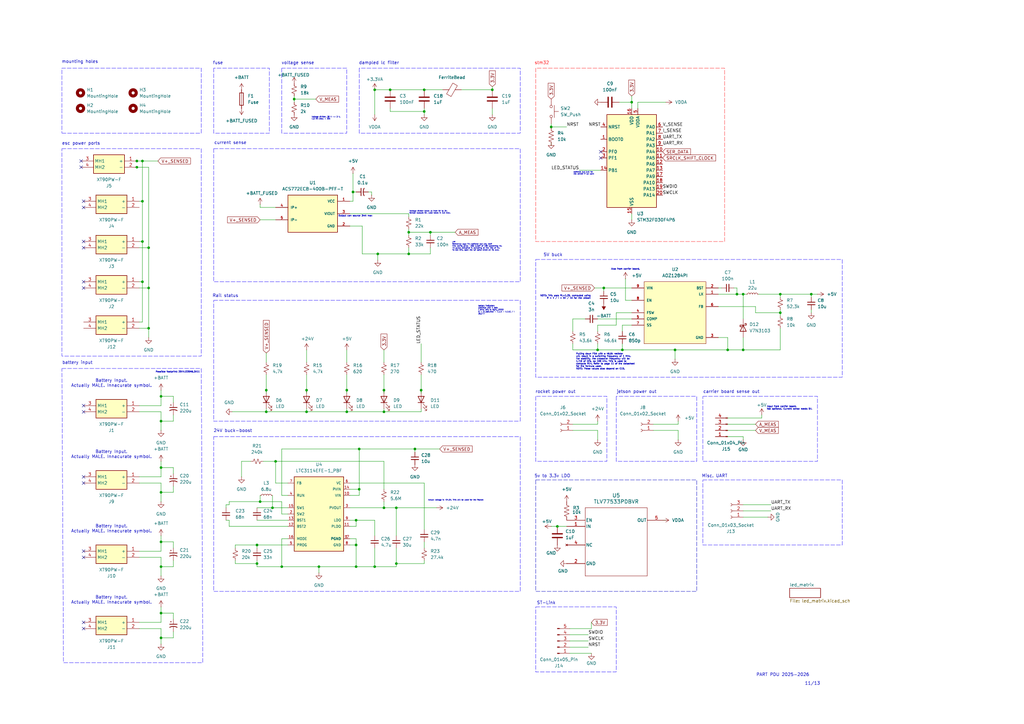
<source format=kicad_sch>
(kicad_sch (version 20250114) (generator "eeschema") (generator_version "9.0")
  (paper "A3")
  (rectangle (start 219.71 196.85) (end 285.75 242.57) (stroke (width 0) (type dash)))
  (text "Pulling down FSW with a 46.6k resistor\nwill result in a switching frequency of 1 MHz.\nFor stability, the crossover frequency will be\n1/10 of this, so 100 kHz. This is used to\ncompute R14. Refer to page 11 of the datasheet\nfor the formula used.\nNOTE: These values also depend on C15." (at 236.22 148.336 0) (effects (font (size 0.635 0.635)) (justify left)))
  (text "11/13" (at 333.248 280.416 0) (effects (font (size 1.27 1.27))))
  (text "rocket power out" (at 227.838 160.782 0) (effects (font (size 1.27 1.27))))
  (text "Battery Input.\nActually MALE. Innacurate symbol." (at 45.72 216.916 0) (effects (font (size 1.27 1.27))))
  (text "battery indicator:\ncontinue with n leds\ni think this is right...?????\nR = (V_batt,max - V_z,n - V_f,n) / I\n25.2 V" (at 196.088 127.254 0) (effects (font (size 0.508 0.508)) (justify left)))
  (text "optional but just for \nthe stm32 if we want" (at 235.204 71.12 0) (effects (font (size 0.508 0.508)) (justify left)))
  (text "mounting holes\n" (at 32.766 25.4 0) (effects (font (size 1.27 1.27))))
  (text "24V buck-boost\n" (at 95.504 176.784 0) (effects (font (size 1.27 1.27))))
  (text "NOTE: This uses RL=1.25, computed using\nR = V / I = 5V / 4A for the Jetson" (at 242.316 121.92 0) (effects (font (size 0.635 0.635)) (justify right)))
  (text "Voltage divider. 30 V -> 3 V.\n1.5 mA draw = 20k\n" (at 127.762 48.514 0) (effects (font (size 0.508 0.508)) (justify left)))
  (text "Battery Input.\nActually MALE. Innacurate symbol." (at 45.72 157.226 0) (effects (font (size 1.27 1.27))))
  (text "Also from carrier board.\n" (at 256.54 110.49 0) (effects (font (size 0.635 0.635))))
  (text "Misc. UART" (at 293.116 195.326 0) (effects (font (size 1.27 1.27))))
  (text "Battery Input.\nActually MALE. Innacurate symbol." (at 45.72 186.436 0) (effects (font (size 1.27 1.27))))
  (text "stm32" (at 222.25 25.908 0) (effects (font (size 1.27 1.27))))
  (text "voltage sense" (at 122.174 25.908 0) (effects (font (size 1.27 1.27))))
  (text "esc power ports\n" (at 33.274 58.928 0) (effects (font (size 1.27 1.27))))
  (text "Battery Input.\nActually MALE. Innacurate symbol." (at 45.72 246.126 0) (effects (font (size 1.27 1.27))))
  (text "LPF\nReference says it's optional but why not?\nThis config gives -3db cutoff of 100 something Hz.\nI'd guess ardupilot is sampling at like 10s of Hz.\nTo see this, open the lpf spice sheet on its own." (at 185.42 101.092 0) (effects (font (size 0.508 0.508)) (justify left)))
  (text "Output can source 3mA max" (at 145.796 88.646 0) (effects (font (size 0.635 0.635))))
  (text "current sense\n" (at 94.488 58.674 0) (effects (font (size 1.27 1.27))))
  (text "Voltage divider takes us from 5V to 3V.\nSensor outputs 5V, cube takes in 3.3 max." (at 167.894 87.122 0) (effects (font (size 0.508 0.508)) (justify left)))
  (text "jetson power out" (at 261.112 160.782 0) (effects (font (size 1.27 1.27))))
  (text "Input from carrier board.\nNot optional. Current sense needs 5V." (at 314.452 167.386 0) (effects (font (size 0.635 0.635)) (justify left)))
  (text "dampled lc filter" (at 155.448 25.908 0) (effects (font (size 1.27 1.27))))
  (text "Rail status" (at 92.456 121.412 0) (effects (font (size 1.27 1.27))))
  (text "Actual voltage is ~24.3V. This will be used for the Rocket" (at 186.944 205.232 0) (effects (font (size 0.508 0.508))))
  (text "carrier board sense out" (at 299.974 160.782 0) (effects (font (size 1.27 1.27))))
  (text "ST-Link" (at 224.028 247.396 0) (effects (font (size 1.27 1.27))))
  (text "battery input\n" (at 31.75 148.844 0) (effects (font (size 1.27 1.27))))
  (text "5v to 3.3v LDO\n" (at 226.568 195.326 0) (effects (font (size 1.27 1.27))))
  (text "PART PDU 2025-2026" (at 321.056 276.86 0) (effects (font (size 1.27 1.27))))
  (text "Possible footprint: 25YXJ220M6.3X11" (at 72.898 152.654 0) (effects (font (size 0.635 0.635))))
  (text "fuse\n" (at 89.408 25.908 0) (effects (font (size 1.27 1.27))))
  (text "5V buck" (at 226.822 104.648 0) (effects (font (size 1.27 1.27))))
  (junction (at 66.04 261.62))
  (junction (at 66.04 172.72))
  (junction (at 146.05 223.52))
  (junction (at 176.53 95.25))
  (junction (at 226.06 52.07))
  (junction (at 162.56 231.14))
  (junction (at 58.42 115.57))
  (junction (at 66.04 251.46))
  (junction (at 332.74 120.65))
  (junction (at 58.42 66.04))
  (junction (at 162.56 208.28))
  (junction (at 172.72 160.02))
  (junction (at 157.48 168.91))
  (junction (at 113.03 189.23))
  (junction (at 160.02 36.83))
  (junction (at 56.134 68.58))
  (junction (at 167.64 104.14))
  (junction (at 320.04 120.65))
  (junction (at 109.22 168.91))
  (junction (at 111.76 208.28))
  (junction (at 120.65 40.64))
  (junction (at 304.8 143.51))
  (junction (at 228.6 215.9))
  (junction (at 142.24 168.91))
  (junction (at 201.93 36.83))
  (junction (at 125.73 168.91))
  (junction (at 245.11 143.51))
  (junction (at 60.96 101.6))
  (junction (at 304.8 120.65))
  (junction (at 58.42 82.55))
  (junction (at 167.64 95.25))
  (junction (at 109.22 160.02))
  (junction (at 298.45 143.51))
  (junction (at 276.86 143.51))
  (junction (at 153.67 36.83))
  (junction (at 106.68 205.74))
  (junction (at 60.96 118.11))
  (junction (at 130.81 232.41))
  (junction (at 146.05 232.41))
  (junction (at 154.94 104.14))
  (junction (at 105.41 223.52))
  (junction (at 259.08 41.91))
  (junction (at 302.26 120.65))
  (junction (at 173.99 36.83))
  (junction (at 173.99 45.72))
  (junction (at 60.96 134.62))
  (junction (at 66.04 232.41))
  (junction (at 66.04 222.25))
  (junction (at 320.04 128.27))
  (junction (at 56.134 66.04))
  (junction (at 255.27 143.51))
  (junction (at 58.42 99.06))
  (junction (at 157.48 208.28))
  (junction (at 66.04 201.93))
  (junction (at 142.24 160.02))
  (junction (at 144.78 78.74))
  (junction (at 147.32 200.66))
  (junction (at 157.48 160.02))
  (junction (at 66.04 191.77))
  (junction (at 247.65 118.11))
  (junction (at 125.73 160.02))
  (junction (at 153.67 232.41))
  (junction (at 115.57 232.41))
  (junction (at 146.05 213.36))
  (junction (at 66.04 162.56))
  (junction (at 147.32 184.15))
  (junction (at 170.18 184.15))
  (junction (at 105.41 231.14))
  (no_connect (at 34.29 118.11))
  (no_connect (at 246.38 62.23))
  (no_connect (at 34.29 115.57))
  (no_connect (at 246.38 64.77))
  (no_connect (at 34.29 195.58))
  (no_connect (at 34.29 99.06))
  (no_connect (at 33.274 66.04))
  (no_connect (at 33.274 68.58))
  (no_connect (at 34.29 101.6))
  (no_connect (at 34.29 255.27))
  (no_connect (at 34.29 228.6))
  (no_connect (at 34.29 168.91))
  (no_connect (at 34.29 198.12))
  (no_connect (at 34.29 257.81))
  (no_connect (at 34.29 226.06))
  (no_connect (at 34.29 82.55))
  (no_connect (at 34.29 85.09))
  (no_connect (at 34.29 166.37))
  (wire (pts (xy 60.96 134.62) (xy 60.96 118.11)))
  (wire (pts (xy 157.48 205.74) (xy 157.48 208.28)))
  (wire (pts (xy 118.11 203.2) (xy 115.57 203.2)))
  (wire (pts (xy 332.74 120.65) (xy 335.28 120.65)))
  (wire (pts (xy 304.8 138.43) (xy 304.8 143.51)))
  (wire (pts (xy 71.12 251.46) (xy 71.12 254)))
  (wire (pts (xy 172.72 160.02) (xy 172.72 161.29)))
  (wire (pts (xy 320.04 134.62) (xy 320.04 143.51)))
  (wire (pts (xy 57.15 99.06) (xy 58.42 99.06)))
  (wire (pts (xy 143.51 198.12) (xy 173.99 198.12)))
  (wire (pts (xy 298.45 173.99) (xy 309.88 173.99)))
  (wire (pts (xy 106.68 85.09) (xy 113.03 85.09)))
  (wire (pts (xy 143.51 213.36) (xy 146.05 213.36)))
  (wire (pts (xy 106.68 203.2) (xy 106.68 205.74)))
  (wire (pts (xy 160.02 45.72) (xy 160.02 44.45)))
  (wire (pts (xy 143.51 208.28) (xy 157.48 208.28)))
  (wire (pts (xy 147.32 184.15) (xy 147.32 200.66)))
  (wire (pts (xy 146.05 223.52) (xy 146.05 232.41)))
  (wire (pts (xy 118.11 210.82) (xy 115.57 210.82)))
  (wire (pts (xy 226.06 215.9) (xy 228.6 215.9)))
  (wire (pts (xy 66.04 160.02) (xy 66.04 162.56)))
  (wire (pts (xy 273.05 41.91) (xy 261.62 41.91)))
  (wire (pts (xy 304.8 143.51) (xy 320.04 143.51)))
  (wire (pts (xy 143.51 200.66) (xy 147.32 200.66)))
  (wire (pts (xy 105.41 213.36) (xy 118.11 213.36)))
  (wire (pts (xy 228.6 215.9) (xy 232.41 215.9)))
  (wire (pts (xy 109.22 167.64) (xy 109.22 168.91)))
  (wire (pts (xy 242.57 267.97) (xy 233.68 267.97)))
  (wire (pts (xy 120.65 40.64) (xy 120.65 41.91)))
  (wire (pts (xy 176.53 95.25) (xy 176.53 96.52)))
  (wire (pts (xy 66.04 251.46) (xy 66.04 255.27)))
  (wire (pts (xy 160.02 45.72) (xy 173.99 45.72)))
  (wire (pts (xy 304.8 179.07) (xy 304.8 180.34)))
  (wire (pts (xy 120.65 40.64) (xy 129.54 40.64)))
  (wire (pts (xy 93.98 205.74) (xy 93.98 207.01)))
  (wire (pts (xy 245.11 176.53) (xy 245.11 180.34)))
  (wire (pts (xy 304.8 120.65) (xy 304.8 130.81)))
  (wire (pts (xy 113.03 189.23) (xy 113.03 198.12)))
  (wire (pts (xy 240.03 130.81) (xy 234.95 130.81)))
  (wire (pts (xy 259.08 44.45) (xy 259.08 41.91)))
  (wire (pts (xy 95.25 168.91) (xy 109.22 168.91)))
  (wire (pts (xy 92.71 207.01) (xy 92.71 208.28)))
  (wire (pts (xy 152.4 78.74) (xy 152.4 80.01)))
  (wire (pts (xy 66.04 261.62) (xy 71.12 261.62)))
  (wire (pts (xy 259.08 39.37) (xy 259.08 41.91)))
  (wire (pts (xy 302.26 118.11) (xy 302.26 120.65)))
  (wire (pts (xy 226.06 52.07) (xy 232.41 52.07)))
  (wire (pts (xy 226.06 52.07) (xy 226.06 50.8)))
  (wire (pts (xy 66.04 162.56) (xy 66.04 166.37)))
  (wire (pts (xy 66.04 189.23) (xy 66.04 191.77)))
  (wire (pts (xy 66.04 232.41) (xy 71.12 232.41)))
  (wire (pts (xy 267.97 176.53) (xy 278.13 176.53)))
  (wire (pts (xy 66.04 255.27) (xy 57.15 255.27)))
  (wire (pts (xy 66.04 195.58) (xy 57.15 195.58)))
  (wire (pts (xy 255.27 143.51) (xy 255.27 140.97)))
  (wire (pts (xy 106.68 83.82) (xy 106.68 85.09)))
  (wire (pts (xy 245.11 143.51) (xy 255.27 143.51)))
  (wire (pts (xy 105.41 224.79) (xy 105.41 223.52)))
  (wire (pts (xy 234.95 130.81) (xy 234.95 135.89)))
  (wire (pts (xy 153.67 36.83) (xy 160.02 36.83)))
  (wire (pts (xy 259.08 128.27) (xy 252.73 128.27)))
  (wire (pts (xy 66.04 226.06) (xy 57.15 226.06)))
  (wire (pts (xy 111.76 203.2) (xy 111.76 208.28)))
  (wire (pts (xy 173.99 45.72) (xy 173.99 46.99)))
  (wire (pts (xy 102.87 189.23) (xy 99.06 189.23)))
  (wire (pts (xy 157.48 200.66) (xy 157.48 189.23)))
  (wire (pts (xy 157.48 208.28) (xy 162.56 208.28)))
  (wire (pts (xy 142.24 160.02) (xy 142.24 161.29)))
  (wire (pts (xy 58.42 66.04) (xy 64.77 66.04)))
  (wire (pts (xy 247.65 119.38) (xy 247.65 118.11)))
  (wire (pts (xy 157.48 189.23) (xy 113.03 189.23)))
  (wire (pts (xy 96.52 231.14) (xy 105.41 231.14)))
  (wire (pts (xy 259.08 87.63) (xy 259.08 90.17)))
  (wire (pts (xy 56.134 68.58) (xy 60.96 68.58)))
  (wire (pts (xy 105.41 223.52) (xy 118.11 223.52)))
  (wire (pts (xy 125.73 143.51) (xy 125.73 148.59)))
  (wire (pts (xy 298.45 176.53) (xy 309.88 176.53)))
  (wire (pts (xy 167.64 88.9) (xy 167.64 87.63)))
  (wire (pts (xy 60.96 101.6) (xy 60.96 68.58)))
  (wire (pts (xy 66.04 228.6) (xy 57.15 228.6)))
  (wire (pts (xy 125.73 167.64) (xy 125.73 168.91)))
  (wire (pts (xy 242.57 257.81) (xy 242.57 255.27)))
  (wire (pts (xy 106.68 90.17) (xy 113.03 90.17)))
  (wire (pts (xy 173.99 222.25) (xy 173.99 224.79)))
  (wire (pts (xy 66.04 219.71) (xy 66.04 222.25)))
  (wire (pts (xy 71.12 229.87) (xy 71.12 232.41)))
  (wire (pts (xy 167.64 95.25) (xy 167.64 96.52)))
  (wire (pts (xy 226.06 59.69) (xy 226.06 58.42)))
  (wire (pts (xy 245.11 172.72) (xy 245.11 173.99)))
  (wire (pts (xy 71.12 191.77) (xy 71.12 194.31)))
  (wire (pts (xy 57.15 132.08) (xy 58.42 132.08)))
  (wire (pts (xy 66.04 172.72) (xy 66.04 176.53)))
  (wire (pts (xy 157.48 153.67) (xy 157.48 160.02)))
  (wire (pts (xy 142.24 168.91) (xy 125.73 168.91)))
  (wire (pts (xy 71.12 162.56) (xy 66.04 162.56)))
  (wire (pts (xy 144.78 78.74) (xy 144.78 82.55)))
  (wire (pts (xy 115.57 220.98) (xy 115.57 232.41)))
  (wire (pts (xy 93.98 215.9) (xy 118.11 215.9)))
  (wire (pts (xy 259.08 41.91) (xy 254 41.91)))
  (wire (pts (xy 142.24 167.64) (xy 142.24 168.91)))
  (wire (pts (xy 66.04 198.12) (xy 57.15 198.12)))
  (wire (pts (xy 146.05 232.41) (xy 130.81 232.41)))
  (wire (pts (xy 146.05 213.36) (xy 153.67 213.36)))
  (wire (pts (xy 304.8 212.09) (xy 314.96 212.09)))
  (wire (pts (xy 162.56 224.79) (xy 162.56 231.14)))
  (wire (pts (xy 93.98 207.01) (xy 92.71 207.01)))
  (wire (pts (xy 66.04 172.72) (xy 66.04 168.91)))
  (wire (pts (xy 278.13 176.53) (xy 278.13 180.34)))
  (wire (pts (xy 160.02 36.83) (xy 173.99 36.83)))
  (wire (pts (xy 294.64 125.73) (xy 309.88 125.73)))
  (wire (pts (xy 332.74 127) (xy 332.74 128.27)))
  (wire (pts (xy 148.59 92.71) (xy 148.59 104.14)))
  (wire (pts (xy 55.88 68.58) (xy 56.134 68.58)))
  (wire (pts (xy 298.45 171.45) (xy 312.42 171.45)))
  (wire (pts (xy 167.64 104.14) (xy 176.53 104.14)))
  (wire (pts (xy 147.32 184.15) (xy 170.18 184.15)))
  (wire (pts (xy 172.72 167.64) (xy 172.72 168.91)))
  (wire (pts (xy 304.8 179.07) (xy 298.45 179.07)))
  (wire (pts (xy 105.41 232.41) (xy 115.57 232.41)))
  (wire (pts (xy 153.67 224.79) (xy 153.67 232.41)))
  (wire (pts (xy 162.56 231.14) (xy 162.56 232.41)))
  (wire (pts (xy 256.54 114.3) (xy 256.54 123.19)))
  (wire (pts (xy 106.68 205.74) (xy 93.98 205.74)))
  (wire (pts (xy 312.42 171.45) (xy 312.42 170.18)))
  (wire (pts (xy 115.57 205.74) (xy 106.68 205.74)))
  (wire (pts (xy 233.68 260.35) (xy 241.3 260.35)))
  (wire (pts (xy 142.24 143.51) (xy 142.24 148.59)))
  (wire (pts (xy 66.04 264.16) (xy 66.04 261.62)))
  (wire (pts (xy 71.12 170.18) (xy 71.12 172.72)))
  (wire (pts (xy 201.93 44.45) (xy 201.93 46.99)))
  (wire (pts (xy 105.41 208.28) (xy 111.76 208.28)))
  (wire (pts (xy 157.48 143.51) (xy 157.48 148.59)))
  (wire (pts (xy 243.84 118.11) (xy 247.65 118.11)))
  (wire (pts (xy 71.12 191.77) (xy 66.04 191.77)))
  (wire (pts (xy 233.68 265.43) (xy 241.3 265.43)))
  (wire (pts (xy 153.67 36.83) (xy 153.67 46.99)))
  (wire (pts (xy 109.22 144.78) (xy 109.22 148.59)))
  (wire (pts (xy 57.15 115.57) (xy 58.42 115.57)))
  (wire (pts (xy 259.08 133.35) (xy 255.27 133.35)))
  (wire (pts (xy 105.41 223.52) (xy 96.52 223.52)))
  (wire (pts (xy 96.52 223.52) (xy 96.52 224.79)))
  (wire (pts (xy 146.05 213.36) (xy 146.05 215.9)))
  (wire (pts (xy 66.04 232.41) (xy 66.04 236.22)))
  (wire (pts (xy 173.99 44.45) (xy 173.99 45.72)))
  (wire (pts (xy 237.49 69.85) (xy 246.38 69.85)))
  (wire (pts (xy 320.04 129.54) (xy 320.04 128.27)))
  (wire (pts (xy 157.48 167.64) (xy 157.48 168.91)))
  (wire (pts (xy 278.13 173.99) (xy 267.97 173.99)))
  (wire (pts (xy 66.04 257.81) (xy 57.15 257.81)))
  (wire (pts (xy 320.04 120.65) (xy 332.74 120.65)))
  (wire (pts (xy 58.42 82.55) (xy 58.42 66.04)))
  (wire (pts (xy 309.88 128.27) (xy 320.04 128.27)))
  (wire (pts (xy 143.51 220.98) (xy 146.05 220.98)))
  (wire (pts (xy 115.57 210.82) (xy 115.57 205.74)))
  (wire (pts (xy 309.88 125.73) (xy 309.88 128.27)))
  (wire (pts (xy 109.22 153.67) (xy 109.22 160.02)))
  (wire (pts (xy 276.86 143.51) (xy 276.86 147.32)))
  (wire (pts (xy 245.11 130.81) (xy 259.08 130.81)))
  (wire (pts (xy 143.51 215.9) (xy 146.05 215.9)))
  (wire (pts (xy 154.94 104.14) (xy 154.94 106.68)))
  (wire (pts (xy 294.64 120.65) (xy 302.26 120.65)))
  (wire (pts (xy 66.04 166.37) (xy 57.15 166.37)))
  (wire (pts (xy 176.53 95.25) (xy 186.69 95.25)))
  (wire (pts (xy 130.81 232.41) (xy 115.57 232.41)))
  (wire (pts (xy 176.53 101.6) (xy 176.53 104.14)))
  (wire (pts (xy 115.57 203.2) (xy 115.57 184.15)))
  (wire (pts (xy 261.62 41.91) (xy 261.62 44.45)))
  (wire (pts (xy 320.04 120.65) (xy 320.04 121.92)))
  (wire (pts (xy 154.94 104.14) (xy 167.64 104.14)))
  (wire (pts (xy 273.05 213.36) (xy 271.78 213.36)))
  (wire (pts (xy 107.95 189.23) (xy 113.03 189.23)))
  (wire (pts (xy 172.72 140.97) (xy 172.72 148.59)))
  (wire (pts (xy 162.56 208.28) (xy 162.56 219.71)))
  (wire (pts (xy 120.65 39.37) (xy 120.65 40.64)))
  (wire (pts (xy 113.03 198.12) (xy 118.11 198.12)))
  (wire (pts (xy 189.23 36.83) (xy 201.93 36.83)))
  (wire (pts (xy 66.04 261.62) (xy 66.04 257.81)))
  (wire (pts (xy 234.95 176.53) (xy 245.11 176.53)))
  (wire (pts (xy 278.13 172.72) (xy 278.13 173.99)))
  (wire (pts (xy 96.52 229.87) (xy 96.52 231.14)))
  (wire (pts (xy 148.59 92.71) (xy 143.51 92.71)))
  (wire (pts (xy 93.98 213.36) (xy 93.98 215.9)))
  (wire (pts (xy 298.45 138.43) (xy 298.45 143.51)))
  (wire (pts (xy 157.48 160.02) (xy 157.48 161.29)))
  (wire (pts (xy 66.04 222.25) (xy 66.04 226.06)))
  (wire (pts (xy 130.81 232.41) (xy 130.81 234.95)))
  (wire (pts (xy 146.05 78.74) (xy 144.78 78.74)))
  (wire (pts (xy 153.67 232.41) (xy 162.56 232.41)))
  (wire (pts (xy 143.51 82.55) (xy 144.78 82.55)))
  (wire (pts (xy 146.05 220.98) (xy 146.05 223.52)))
  (wire (pts (xy 247.65 118.11) (xy 259.08 118.11)))
  (wire (pts (xy 300.99 118.11) (xy 302.26 118.11)))
  (wire (pts (xy 66.04 168.91) (xy 57.15 168.91)))
  (wire (pts (xy 93.98 213.36) (xy 92.71 213.36)))
  (wire (pts (xy 162.56 231.14) (xy 173.99 231.14)))
  (wire (pts (xy 233.68 262.89) (xy 241.3 262.89)))
  (wire (pts (xy 304.8 207.01) (xy 316.23 207.01)))
  (wire (pts (xy 66.04 191.77) (xy 66.04 195.58)))
  (wire (pts (xy 245.11 140.97) (xy 245.11 143.51)))
  (wire (pts (xy 118.11 220.98) (xy 115.57 220.98)))
  (wire (pts (xy 294.64 118.11) (xy 295.91 118.11)))
  (wire (pts (xy 111.76 208.28) (xy 118.11 208.28)))
  (wire (pts (xy 57.15 82.55) (xy 58.42 82.55)))
  (wire (pts (xy 66.04 201.93) (xy 66.04 205.74)))
  (wire (pts (xy 146.05 232.41) (xy 153.67 232.41)))
  (wire (pts (xy 167.64 101.6) (xy 167.64 104.14)))
  (wire (pts (xy 147.32 203.2) (xy 143.51 203.2)))
  (wire (pts (xy 162.56 208.28) (xy 179.07 208.28)))
  (wire (pts (xy 233.68 257.81) (xy 242.57 257.81)))
  (wire (pts (xy 298.45 143.51) (xy 276.86 143.51)))
  (wire (pts (xy 256.54 123.19) (xy 259.08 123.19)))
  (wire (pts (xy 153.67 213.36) (xy 153.67 219.71)))
  (wire (pts (xy 125.73 160.02) (xy 125.73 161.29)))
  (wire (pts (xy 255.27 133.35) (xy 255.27 135.89)))
  (wire (pts (xy 57.15 101.6) (xy 60.96 101.6)))
  (wire (pts (xy 143.51 87.63) (xy 167.64 87.63)))
  (wire (pts (xy 173.99 229.87) (xy 173.99 231.14)))
  (wire (pts (xy 71.12 222.25) (xy 66.04 222.25)))
  (wire (pts (xy 60.96 134.62) (xy 60.96 138.43)))
  (wire (pts (xy 276.86 143.51) (xy 255.27 143.51)))
  (wire (pts (xy 55.88 66.04) (xy 56.134 66.04)))
  (wire (pts (xy 173.99 198.12) (xy 173.99 217.17)))
  (wire (pts (xy 320.04 127) (xy 320.04 128.27)))
  (wire (pts (xy 71.12 251.46) (xy 66.04 251.46)))
  (wire (pts (xy 109.22 160.02) (xy 109.22 161.29)))
  (wire (pts (xy 294.64 138.43) (xy 298.45 138.43)))
  (wire (pts (xy 298.45 143.51) (xy 304.8 143.51)))
  (wire (pts (xy 142.24 153.67) (xy 142.24 160.02)))
  (wire (pts (xy 66.04 201.93) (xy 71.12 201.93)))
  (wire (pts (xy 172.72 153.67) (xy 172.72 160.02)))
  (wire (pts (xy 125.73 168.91) (xy 109.22 168.91)))
  (wire (pts (xy 172.72 168.91) (xy 157.48 168.91)))
  (wire (pts (xy 57.15 118.11) (xy 60.96 118.11)))
  (wire (pts (xy 245.11 133.35) (xy 245.11 135.89)))
  (wire (pts (xy 234.95 143.51) (xy 245.11 143.51)))
  (wire (pts (xy 71.12 259.08) (xy 71.12 261.62)))
  (wire (pts (xy 252.73 128.27) (xy 252.73 133.35)))
  (wire (pts (xy 105.41 231.14) (xy 105.41 232.41)))
  (wire (pts (xy 252.73 133.35) (xy 245.11 133.35)))
  (wire (pts (xy 66.04 232.41) (xy 66.04 228.6)))
  (wire (pts (xy 56.134 66.04) (xy 58.42 66.04)))
  (wire (pts (xy 99.06 189.23) (xy 99.06 195.58)))
  (wire (pts (xy 167.64 93.98) (xy 167.64 95.25)))
  (wire (pts (xy 234.95 140.97) (xy 234.95 143.51)))
  (wire (pts (xy 152.4 78.74) (xy 151.13 78.74)))
  (wire (pts (xy 170.18 184.15) (xy 170.18 185.42)))
  (wire (pts (xy 71.12 199.39) (xy 71.12 201.93)))
  (wire (pts (xy 66.04 172.72) (xy 71.12 172.72)))
  (wire (pts (xy 304.8 120.65) (xy 306.07 120.65)))
  (wire (pts (xy 105.41 229.87) (xy 105.41 231.14)))
  (wire (pts (xy 181.61 36.83) (xy 173.99 36.83)))
  (wire (pts (xy 304.8 209.55) (xy 316.23 209.55)))
  (wire (pts (xy 144.78 71.12) (xy 144.78 78.74)))
  (wire (pts (xy 58.42 132.08) (xy 58.42 115.57)))
  (wire (pts (xy 167.64 95.25) (xy 176.53 95.25)))
  (wire (pts (xy 125.73 153.67) (xy 125.73 160.02)))
  (wire (pts (xy 60.96 118.11) (xy 60.96 101.6)))
  (wire (pts (xy 311.15 120.65) (xy 320.04 120.65)))
  (wire (pts (xy 201.93 35.56) (xy 201.93 36.83)))
  (wire (pts (xy 245.11 173.99) (xy 234.95 173.99)))
  (wire (pts (xy 157.48 168.91) (xy 142.24 168.91)))
  (wire (pts (xy 71.12 162.56) (xy 71.12 165.1)))
  (wire (pts (xy 115.57 184.15) (xy 147.32 184.15)))
  (wire (pts (xy 143.51 223.52) (xy 146.05 223.52)))
  (wire (pts (xy 66.04 201.93) (xy 66.04 198.12)))
  (wire (pts (xy 332.74 120.65) (xy 332.74 121.92)))
  (wire (pts (xy 302.26 120.65) (xy 304.8 120.65)))
  (wire (pts (xy 71.12 222.25) (xy 71.12 224.79)))
  (wire (pts (xy 57.15 134.62) (xy 60.96 134.62)))
  (wire (pts (xy 58.42 99.06) (xy 58.42 115.57)))
  (wire (pts (xy 170.18 184.15) (xy 180.34 184.15)))
  (wire (pts (xy 58.42 82.55) (xy 58.42 99.06)))
  (wire (pts (xy 154.94 104.14) (xy 148.59 104.14)))
  (wire (pts (xy 147.32 200.66) (xy 147.32 203.2)))
  (wire (pts (xy 66.04 248.92) (xy 66.04 251.46)))
  (label "I_SENSE" (at 271.78 54.61 0))
  (label "UART_TX" (at 271.78 57.15 0))
  (label "NRST" (at 241.3 265.43 0))
  (label "UART_RX" (at 271.78 59.69 0))
  (label "NRST" (at 232.41 52.07 0))
  (label "SWCLK" (at 271.78 80.01 0))
  (label "SWDIO" (at 271.78 77.47 0))
  (label "SWDIO" (at 241.3 260.35 0))
  (label "UART_RX" (at 316.23 209.55 0))
  (label "LED_STATUS" (at 237.49 69.85 180))
  (label "LED_STATUS" (at 172.72 140.97 90))
  (label "UART_TX" (at 316.23 207.01 0))
  (label "SWCLK" (at 241.3 262.89 0))
  (label "V_SENSE" (at 271.78 52.07 0))
  (label "NRST" (at 246.38 52.07 180))
  (global_label "V_MEAS" (shape input) (at 129.54 40.64 0) (property "Intersheetrefs" "${INTERSHEET_REFS}" (effects (hide yes))))
  (global_label "SRCLK_SHIFT_CLOCK" (shape input) (at 271.78 64.77 0) (property "Intersheetrefs" "${INTERSHEET_REFS}" (effects (hide yes))))
  (global_label "V+_SENSED" (shape input) (at 243.84 118.11 180) (property "Intersheetrefs" "${INTERSHEET_REFS}" (effects (hide yes))))
  (global_label "A_MEAS" (shape input) (at 309.88 173.99 0) (property "Intersheetrefs" "${INTERSHEET_REFS}" (effects (hide yes))))
  (global_label "V+_SENSED" (shape input) (at 180.34 184.15 0) (property "Intersheetrefs" "${INTERSHEET_REFS}" (effects (hide yes))))
  (global_label "3.3V" (shape input) (at 259.08 39.37 90) (property "Intersheetrefs" "${INTERSHEET_REFS}" (effects (hide yes))))
  (global_label "V+_SENSED" (shape input) (at 106.68 90.17 180) (property "Intersheetrefs" "${INTERSHEET_REFS}" (effects (hide yes))))
  (global_label "V+_SENSED" (shape input) (at 109.22 144.78 90) (property "Intersheetrefs" "${INTERSHEET_REFS}" (effects (hide yes))))
  (global_label "SER_DATA" (shape input) (at 271.78 62.23 0) (property "Intersheetrefs" "${INTERSHEET_REFS}" (effects (hide yes))))
  (global_label "V_MEAS" (shape input) (at 309.88 176.53 0) (property "Intersheetrefs" "${INTERSHEET_REFS}" (effects (hide yes))))
  (global_label "3.3V" (shape input) (at 201.93 35.56 90) (property "Intersheetrefs" "${INTERSHEET_REFS}" (effects (hide yes))))
  (global_label "3.3V" (shape input) (at 157.48 143.51 90) (property "Intersheetrefs" "${INTERSHEET_REFS}" (effects (hide yes))))
  (global_label "A_MEAS" (shape input) (at 186.69 95.25 0) (property "Intersheetrefs" "${INTERSHEET_REFS}" (effects (hide yes))))
  (global_label "3.3V" (shape input) (at 226.06 40.64 90) (property "Intersheetrefs" "${INTERSHEET_REFS}" (effects (hide yes))))
  (global_label "V+_SENSED" (shape input) (at 64.77 66.04 0) (property "Intersheetrefs" "${INTERSHEET_REFS}" (effects (hide yes))))
  (global_label "3.3V" (shape input) (at 242.57 255.27 0) (property "Intersheetrefs" "${INTERSHEET_REFS}" (effects (hide yes))))
  (rule_area (polyline (pts (xy 219.71 27.94) (xy 219.71 99.06) (xy 297.18 99.06) (xy 297.18 27.94)) (stroke (width 0) (type dash) (color 255 30 34 1))))
  (rule_area (polyline (pts (xy 288.29 196.85) (xy 345.44 196.85) (xy 345.44 223.52) (xy 288.29 223.52)) (stroke (width 0) (type dash) (color 34 13 255 1))))
  (rule_area (polyline (pts (xy 25.4 54.61) (xy 82.55 54.61) (xy 82.55 27.94) (xy 25.4 27.94)) (stroke (width 0) (type dash) (color 34 13 255 1))))
  (rule_area (polyline (pts (xy 25.4 151.13) (xy 82.55 151.13) (xy 83.185 271.78) (xy 26.035 271.78)) (stroke (width 0) (type dash) (color 34 13 255 1))))
  (rule_area (polyline (pts (xy 87.63 27.94) (xy 87.63 54.61) (xy 110.49 54.61) (xy 110.49 27.94)) (stroke (width 0) (type dash) (color 34 13 255 1))))
  (rule_area (polyline (pts (xy 219.71 162.56) (xy 219.71 189.23) (xy 248.92 189.23) (xy 248.92 162.56)) (stroke (width 0) (type dash) (color 34 13 255 1))))
  (rule_area (polyline (pts (xy 25.4 60.96) (xy 82.55 60.96) (xy 82.55 146.05) (xy 25.4 146.05)) (stroke (width 0) (type dash) (color 34 13 255 1))))
  (rule_area (polyline (pts (xy 288.29 162.56) (xy 335.28 162.56) (xy 335.28 189.23) (xy 288.29 189.23)) (stroke (width 0) (type dash) (color 34 13 255 1))))
  (rule_area (polyline (pts (xy 87.63 60.96) (xy 87.63 115.57) (xy 213.36 115.57) (xy 213.36 60.96)) (stroke (width 0) (type dash) (color 34 13 255 1))))
  (rule_area (polyline (pts (xy 219.71 248.92) (xy 252.73 248.92) (xy 252.73 275.59) (xy 219.71 275.59)) (stroke (width 0) (type dash) (color 34 13 255 1))))
  (rule_area (polyline (pts (xy 87.63 123.19) (xy 213.36 123.19) (xy 213.36 172.72) (xy 87.63 172.72)) (stroke (width 0) (type dash) (color 34 13 255 1))))
  (rule_area (polyline (pts (xy 87.63 179.07) (xy 213.36 179.07) (xy 213.36 242.57) (xy 87.63 242.57)) (stroke (width 0) (type dash) (color 34 13 255 1))))
  (rule_area (polyline (pts (xy 219.71 106.426) (xy 345.44 106.426) (xy 345.44 154.686) (xy 219.71 154.686)) (stroke (width 0) (type dash) (color 34 13 255 1))))
  (rule_area (polyline (pts (xy 147.32 27.94) (xy 147.32 54.61) (xy 213.36 54.61) (xy 213.36 27.94)) (stroke (width 0) (type dash) (color 34 13 255 1))))
  (rule_area (polyline (pts (xy 252.73 162.56) (xy 252.73 189.23) (xy 285.75 189.23) (xy 285.75 162.56)) (stroke (width 0) (type dash) (color 34 13 255 1))))
  (rule_area (polyline (pts (xy 115.57 27.94) (xy 115.57 54.61) (xy 142.24 54.61) (xy 142.24 27.94)) (stroke (width 0) (type dash) (color 34 13 255 1))))
  (symbol (lib_id "Sense_Current:ACS772ECB-400B-PFF-T") (at 128.27 87.63 0) (unit 1)
    (property "Reference" "U1" (at 128.27 74.93 0))
    (property "Value" "ACS772ECB-400B-PFF-T" (at 128.27 77.47 0))
    (property "Footprint" "All:XDCR_ACS772ECB-400B-PFF-T" (effects (hide yes)))
    (property "MAXIMUM_PACKAGE_HEIGHT" "7.1mm" (effects (hide yes)))
    (property "CREATOR" "NEZY" (effects (hide yes)))
    (property "STANDARD" "Manufacturer Recommendations" (effects (hide yes)))
    (property "PARTREV" "21" (effects (hide yes)))
    (property "MANUFACTURER" "Allegro" (effects (hide yes)))
  )
  (symbol (lib_id "Switch:SW_Push") (at 226.06 45.72 270) (unit 1)
    (property "Reference" "SW2" (at 229.87 44.4499 90) (effects (justify left)))
    (property "Value" "SW_Push" (at 229.87 46.9899 90) (effects (justify left)))
    (property "Description" "Push button switch, generic, two pins" (effects (hide yes)))
  )
  (symbol (lib_id "Mechanical:MountingHole") (at 54.61 44.45 0) (unit 1) (in_bom no)
    (property "Reference" "H4" (at 57.15 43.1799 0) (effects (justify left)))
    (property "Value" "MountingHole" (at 57.15 45.7199 0) (effects (justify left)))
    (property "Description" "Mounting Hole without connection" (effects (hide yes)))
  )
  (symbol (lib_id "Device:C") (at 160.02 40.64 0) (unit 1)
    (property "Reference" "C3" (at 163.83 39.3699 0) (effects (justify left)))
    (property "Value" "100nF" (at 163.83 41.9099 0) (effects (justify left)))
    (property "Description" "Unpolarized capacitor" (effects (hide yes)))
  )
  (symbol (lib_id "Device:C_Small") (at 247.65 121.92 0) (unit 1)
    (property "Reference" "C5" (at 250.19 120.6562 0) (effects (justify left)))
    (property "Value" "10u" (at 250.19 123.1962 0) (effects (justify left)))
    (property "Description" "Unpolarized capacitor, small symbol" (effects (hide yes)))
  )
  (symbol (lib_id "Device:R_Small_US") (at 105.41 189.23 90) (unit 1)
    (property "Reference" "R21" (at 105.41 182.88 90))
    (property "Value" "240k" (at 105.41 185.42 90))
    (property "Description" "Resistor, small US symbol" (effects (hide yes)))
  )
  (symbol (lib_id "Device:LED") (at 125.73 163.83 90) (unit 1)
    (property "Reference" "D7" (at 129.54 164.1474 90) (effects (justify right)))
    (property "Value" "LED" (at 129.54 166.6874 90) (effects (justify right)))
    (property "Description" "Light emitting diode" (effects (hide yes)))
    (property "Sim.Pins" "1=K 2=A" (effects (hide yes)))
  )
  (symbol (lib_id "XT90:XT90PW-F") (at 34.29 168.91 0) (mirror x) (unit 1)
    (property "Reference" "J1" (at 45.72 176.53 0))
    (property "Value" "XT90PW-F" (at 45.72 173.99 0))
    (property "Footprint" "All:XT90PWF" (effects (hide yes)))
    (property "Datasheet" "https://www.tme.eu/Document/7357a049cc8e5ea73e34d2124a313a81/XT90PW.pdf" (effects (hide yes)))
    (property "Description" "Connector: DC supply; socket; female; XT90; 40A; 500V; PIN: 2; THT" (effects (hide yes)))
    (property "Height" "10.3" (effects (hide yes)))
    (property "Manufacturer_Name" "Amass" (effects (hide yes)))
    (property "Manufacturer_Part_Number" "XT90PW-F" (effects (hide yes)))
  )
  (symbol (lib_id "power:GND") (at 66.04 205.74 0) (unit 1)
    (property "Reference" "#PWR02" (effects (hide yes)))
    (property "Value" "GND" (at 66.04 210.82 0))
    (property "Description" "Power symbol creates a global label with name \"GND\" , ground" (effects (hide yes)))
  )
  (symbol (lib_id "Device:C_Polarized_Small_US") (at 71.12 167.64 0) (unit 1)
    (property "Reference" "C11" (at 73.66 165.9381 0) (effects (justify left)))
    (property "Value" "220u" (at 73.66 168.4781 0) (effects (justify left)))
    (property "Description" "Polarized capacitor, small US symbol" (effects (hide yes)))
  )
  (symbol (lib_id "power:GND") (at 246.38 41.91 270) (unit 1)
    (property "Reference" "#PWR044" (effects (hide yes)))
    (property "Value" "GND" (effects (hide yes)))
    (property "Description" "Power symbol creates a global label with name \"GND\" , ground" (effects (hide yes)))
  )
  (symbol (lib_id "Device:R_Small_US") (at 245.11 138.43 0) (unit 1)
    (property "Reference" "R6" (at 247.65 137.1599 0) (effects (justify left)))
    (property "Value" "46.6k" (at 247.65 139.6999 0) (effects (justify left)))
    (property "Description" "Resistor, small US symbol" (effects (hide yes)))
  )
  (symbol (lib_id "power:+24V") (at 99.06 44.45 180) (unit 1)
    (property "Reference" "#PWR038" (effects (hide yes)))
    (property "Value" "+BATT_FUSED" (at 99.06 49.53 0))
    (property "Description" "Power symbol creates a global label with name \"+24V\"" (effects (hide yes)))
  )
  (symbol (lib_id "Device:C") (at 173.99 40.64 0) (unit 1)
    (property "Reference" "C18" (at 177.8 39.3699 0) (effects (justify left)))
    (property "Value" "1uF" (at 177.8 41.9099 0) (effects (justify left)))
    (property "Description" "Unpolarized capacitor" (effects (hide yes)))
  )
  (symbol (lib_id "power:+5V") (at 335.28 120.65 270) (unit 1)
    (property "Reference" "#PWR041" (effects (hide yes)))
    (property "Value" "+5V" (at 339.09 120.6499 90) (effects (justify left)))
    (property "Description" "Power symbol creates a global label with name \"+5V\"" (effects (hide yes)))
  )
  (symbol (lib_id "power:GND") (at 245.11 180.34 0) (unit 1)
    (property "Reference" "#PWR06" (effects (hide yes)))
    (property "Value" "GND" (at 245.11 185.42 0))
    (property "Description" "Power symbol creates a global label with name \"GND\" , ground" (effects (hide yes)))
  )
  (symbol (lib_id "Device:R_Small_US") (at 173.99 227.33 0) (unit 1)
    (property "Reference" "R23" (at 176.53 226.0599 0) (effects (justify left)))
    (property "Value" "27.4k" (at 176.53 228.5999 0) (effects (justify left)))
    (property "Description" "Resistor, small US symbol" (effects (hide yes)))
  )
  (symbol (lib_id "power:+24V") (at 99.06 36.83 0) (unit 1)
    (property "Reference" "#PWR037" (effects (hide yes)))
    (property "Value" "+BATT" (at 99.06 31.75 0))
    (property "Description" "Power symbol creates a global label with name \"+24V\"" (effects (hide yes)))
  )
  (symbol (lib_id "Device:LED") (at 142.24 163.83 90) (unit 1)
    (property "Reference" "D8" (at 146.05 164.1474 90) (effects (justify right)))
    (property "Value" "LED" (at 146.05 166.6874 90) (effects (justify right)))
    (property "Description" "Light emitting diode" (effects (hide yes)))
    (property "Sim.Pins" "1=K 2=A" (effects (hide yes)))
  )
  (symbol (lib_id "power:GND") (at 66.04 264.16 0) (unit 1)
    (property "Reference" "#PWR034" (effects (hide yes)))
    (property "Value" "GND" (at 66.04 269.24 0))
    (property "Description" "Power symbol creates a global label with name \"GND\" , ground" (effects (hide yes)))
  )
  (symbol (lib_id "Device:C_Small") (at 255.27 138.43 0) (unit 1)
    (property "Reference" "C6" (at 257.81 137.1662 0) (effects (justify left)))
    (property "Value" "850p" (at 257.81 139.7062 0) (effects (justify left)))
    (property "Description" "Unpolarized capacitor, small symbol" (effects (hide yes)))
  )
  (symbol (lib_id "Mechanical:MountingHole") (at 54.61 38.1 0) (unit 1) (in_bom no)
    (property "Reference" "H3" (at 57.15 36.8299 0) (effects (justify left)))
    (property "Value" "MountingHole" (at 57.15 39.3699 0) (effects (justify left)))
    (property "Description" "Mounting Hole without connection" (effects (hide yes)))
  )
  (symbol (lib_id "Device:C_Small") (at 242.57 130.81 90) (unit 1)
    (property "Reference" "C4" (at 242.5763 124.46 90))
    (property "Value" "3n" (at 242.5763 127 90))
    (property "Description" "Unpolarized capacitor, small symbol" (effects (hide yes)))
  )
  (symbol (lib_id "Device:C_Small") (at 173.99 219.71 0) (unit 1)
    (property "Reference" "C29" (at 176.53 218.4462 0) (effects (justify left)))
    (property "Value" "4.7n" (at 176.53 220.9862 0) (effects (justify left)))
    (property "Description" "Unpolarized capacitor, small symbol" (effects (hide yes)))
  )
  (symbol (lib_id "power:+5V") (at 144.78 71.12 0) (unit 1)
    (property "Reference" "#PWR03" (effects (hide yes)))
    (property "Value" "+5V" (at 144.78 66.04 0))
    (property "Description" "Power symbol creates a global label with name \"+5V\"" (effects (hide yes)))
  )
  (symbol (lib_id "power:GND") (at 99.06 195.58 0) (unit 1)
    (property "Reference" "#PWR043" (effects (hide yes)))
    (property "Value" "GND" (at 99.06 200.66 0))
    (property "Description" "Power symbol creates a global label with name \"GND\" , ground" (effects (hide yes)))
  )
  (symbol (lib_id "power:-BATT") (at 247.65 124.46 180) (unit 1)
    (property "Reference" "#PWR016" (effects (hide yes)))
    (property "Value" "-BATT" (at 247.65 129.54 0))
    (property "Description" "Power symbol creates a global label with name \"-BATT\"" (effects (hide yes)))
  )
  (symbol (lib_id "power:+5V") (at 312.42 170.18 0) (unit 1)
    (property "Reference" "#PWR08" (effects (hide yes)))
    (property "Value" "+5V" (at 312.42 166.116 0))
    (property "Description" "Power symbol creates a global label with name \"+5V\"" (effects (hide yes)))
  )
  (symbol (lib_id "power:GND") (at 120.65 46.99 0) (unit 1)
    (property "Reference" "#PWR07" (effects (hide yes)))
    (property "Value" "GND" (at 120.65 52.07 0))
    (property "Description" "Power symbol creates a global label with name \"GND\" , ground" (effects (hide yes)))
  )
  (symbol (lib_id "power:GND") (at 95.25 168.91 270) (unit 1)
    (property "Reference" "#PWR030" (effects (hide yes)))
    (property "Value" "GND" (at 93.98 165.1 90))
    (property "Description" "Power symbol creates a global label with name \"GND\" , ground" (effects (hide yes)))
  )
  (symbol (lib_id "power:GND") (at 60.96 138.43 0) (unit 1)
    (property "Reference" "#PWR046" (effects (hide yes)))
    (property "Value" "GND" (at 60.96 143.51 0))
    (property "Description" "Power symbol creates a global label with name \"GND\" , ground" (effects (hide yes)))
  )
  (symbol (lib_id "Device:R_Small_US") (at 234.95 138.43 0) (unit 1)
    (property "Reference" "R5" (at 237.49 137.1599 0) (effects (justify left)))
    (property "Value" "43.6k" (at 237.49 139.6999 0) (effects (justify left)))
    (property "Description" "Resistor, small US symbol" (effects (hide yes)))
  )
  (symbol (lib_id "Device:C") (at 201.93 40.64 0) (unit 1)
    (property "Reference" "C19" (at 205.74 39.3699 0) (effects (justify left)))
    (property "Value" "1uF" (at 205.74 41.9099 0) (effects (justify left)))
    (property "Description" "Unpolarized capacitor" (effects (hide yes)))
  )
  (symbol (lib_id "power:GND") (at 173.99 46.99 0) (unit 1)
    (property "Reference" "#PWR024" (effects (hide yes)))
    (property "Value" "GND" (at 173.99 52.07 0))
    (property "Description" "Power symbol creates a global label with name \"GND\" , ground" (effects (hide yes)))
  )
  (symbol (lib_id "power:+5V") (at 226.06 215.9 90) (unit 1)
    (property "Reference" "#PWR048" (effects (hide yes)))
    (property "Value" "+5V" (at 226.314 213.868 90) (effects (justify left)))
    (property "Description" "Power symbol creates a global label with name \"+5V\"" (effects (hide yes)))
  )
  (symbol (lib_id "XT90:XT90PW-F") (at 34.29 198.12 0) (mirror x) (unit 1)
    (property "Reference" "J9" (at 45.72 205.74 0))
    (property "Value" "XT90PW-F" (at 45.72 203.2 0))
    (property "Footprint" "All:XT90PWF" (effects (hide yes)))
    (property "Datasheet" "https://www.tme.eu/Document/7357a049cc8e5ea73e34d2124a313a81/XT90PW.pdf" (effects (hide yes)))
    (property "Description" "Connector: DC supply; socket; female; XT90; 40A; 500V; PIN: 2; THT" (effects (hide yes)))
    (property "Height" "10.3" (effects (hide yes)))
    (property "Manufacturer_Name" "Amass" (effects (hide yes)))
    (property "Manufacturer_Part_Number" "XT90PW-F" (effects (hide yes)))
  )
  (symbol (lib_id "power:GND") (at 242.57 267.97 0) (unit 1)
    (property "Reference" "#PWR052" (effects (hide yes)))
    (property "Value" "GND" (at 242.57 272.034 0))
    (property "Description" "Power symbol creates a global label with name \"GND\" , ground" (effects (hide yes)))
  )
  (symbol (lib_id "Device:R_US") (at 226.06 55.88 0) (unit 1)
    (property "Reference" "R4" (at 228.6 54.6099 0) (effects (justify left)))
    (property "Value" "10k" (at 228.6 57.1499 0) (effects (justify left)))
    (property "Description" "Resistor, US symbol" (effects (hide yes)))
  )
  (symbol (lib_id "MCU_ST_STM32F0:STM32F030F4Px") (at 259.08 67.31 0) (unit 1)
    (property "Reference" "U3" (at 261.2233 87.63 0) (effects (justify left)))
    (property "Value" "STM32F030F4P6" (at 261.2233 90.17 0) (effects (justify left)))
    (property "Footprint" "Package_SO:TSSOP-20_4.4x6.5mm_P0.65mm" (effects (hide yes)))
    (property "Datasheet" "https://www.st.com/resource/en/datasheet/stm32f030f4.pdf" (effects (hide yes)))
    (property "Description" "STMicroelectronics Arm Cortex-M0 MCU, 16KB flash, 4KB RAM, 48 MHz, 2.4-3.6V, 15 GPIO, TSSOP20" (effects (hide yes)))
  )
  (symbol (lib_id "Device:R_Small_US") (at 167.64 99.06 0) (unit 1)
    (property "Reference" "R2" (at 170.18 97.7899 0) (effects (justify left)))
    (property "Value" "33k" (at 170.18 100.3299 0) (effects (justify left)))
    (property "Description" "Resistor, small US symbol" (effects (hide yes)))
  )
  (symbol (lib_id "power:GND") (at 226.06 58.42 0) (unit 1)
    (property "Reference" "#PWR023" (effects (hide yes)))
    (property "Value" "GND" (at 226.06 63.5 0))
    (property "Description" "Power symbol creates a global label with name \"GND\" , ground" (effects (hide yes)))
  )
  (symbol (lib_id "power:+BATT") (at 66.04 160.02 0) (unit 1)
    (property "Reference" "#PWR01" (effects (hide yes)))
    (property "Value" "+BATT" (at 66.04 154.94 0))
    (property "Description" "Power symbol creates a global label with name \"+BATT\"" (effects (hide yes)))
  )
  (symbol (lib_id "power:GND") (at 154.94 106.68 0) (unit 1)
    (property "Reference" "#PWR039" (effects (hide yes)))
    (property "Value" "GND" (at 154.94 111.76 0))
    (property "Description" "Power symbol creates a global label with name \"GND\" , ground" (effects (hide yes)))
  )
  (symbol (lib_id "power:GND") (at 66.04 236.22 0) (unit 1)
    (property "Reference" "#PWR032" (effects (hide yes)))
    (property "Value" "GND" (at 66.04 241.3 0))
    (property "Description" "Power symbol creates a global label with name \"GND\" , ground" (effects (hide yes)))
  )
  (symbol (lib_id "Device:R_Small_US") (at 320.04 124.46 0) (unit 1)
    (property "Reference" "R7" (at 322.58 123.1899 0) (effects (justify left)))
    (property "Value" "52.3k" (at 322.58 125.7299 0) (effects (justify left)))
    (property "Description" "Resistor, small US symbol" (effects (hide yes)))
  )
  (symbol (lib_id "power:+BATT") (at 106.68 83.82 0) (unit 1)
    (property "Reference" "#PWR09" (effects (hide yes)))
    (property "Value" "+BATT_FUSED" (at 100.838 79.248 0) (effects (justify left)))
    (property "Description" "Power symbol creates a global label with name \"+BATT\"" (effects (hide yes)))
  )
  (symbol (lib_id "Device:C") (at 250.19 41.91 90) (unit 1)
    (property "Reference" "C9" (at 250.19 34.29 90))
    (property "Value" "100nF" (at 250.19 36.83 90))
    (property "Description" "Unpolarized capacitor" (effects (hide yes)))
  )
  (symbol (lib_id "Device:R_Small_US") (at 157.48 151.13 0) (unit 1)
    (property "Reference" "R17" (at 160.02 149.8599 0) (effects (justify left)))
    (property "Value" "270" (at 160.02 152.3999 0) (effects (justify left)))
    (property "Description" "Resistor, small US symbol" (effects (hide yes)))
  )
  (symbol (lib_id "Connector:Conn_01x04_Pin") (at 298.45 176.53 180) (unit 1)
    (property "Reference" "J15" (at 297.815 184.15 0))
    (property "Value" "Conn_01x04_Pin" (at 297.815 181.61 0))
    (property "Description" "Generic connector, single row, 01x04, script generated" (effects (hide yes)))
  )
  (symbol (lib_id "power:GND") (at 259.08 90.17 0) (unit 1)
    (property "Reference" "#PWR013" (effects (hide yes)))
    (property "Value" "GND" (at 259.08 95.25 0))
    (property "Description" "Power symbol creates a global label with name \"GND\" , ground" (effects (hide yes)))
  )
  (symbol (lib_id "Connector:Conn_01x02_Socket") (at 229.87 176.53 180) (unit 1)
    (property "Reference" "J6" (at 230.886 167.132 0))
    (property "Value" "Conn_01x02_Socket" (at 230.886 169.672 0))
    (property "Description" "Generic connector, single row, 01x02, script generated" (effects (hide yes)))
  )
  (symbol (lib_id "power:GND") (at 66.04 176.53 0) (unit 1)
    (property "Reference" "#PWR04" (effects (hide yes)))
    (property "Value" "GND" (at 66.04 181.61 0))
    (property "Description" "Power symbol creates a global label with name \"GND\" , ground" (effects (hide yes)))
  )
  (symbol (lib_id "XT90:XT90PW-F") (at 34.29 228.6 0) (mirror x) (unit 1)
    (property "Reference" "J10" (at 45.72 236.22 0))
    (property "Value" "XT90PW-F" (at 45.72 233.68 0))
    (property "Footprint" "All:XT90PWF" (effects (hide yes)))
    (property "Datasheet" "https://www.tme.eu/Document/7357a049cc8e5ea73e34d2124a313a81/XT90PW.pdf" (effects (hide yes)))
    (property "Description" "Connector: DC supply; socket; female; XT90; 40A; 500V; PIN: 2; THT" (effects (hide yes)))
    (property "Height" "10.3" (effects (hide yes)))
    (property "Manufacturer_Name" "Amass" (effects (hide yes)))
    (property "Manufacturer_Part_Number" "XT90PW-F" (effects (hide yes)))
  )
  (symbol (lib_id "Device:LED") (at 157.48 163.83 90) (unit 1)
    (property "Reference" "D9" (at 161.29 164.1474 90) (effects (justify right)))
    (property "Value" "LED" (at 161.29 166.6874 90) (effects (justify right)))
    (property "Description" "Light emitting diode" (effects (hide yes)))
    (property "Sim.Pins" "1=K 2=A" (effects (hide yes)))
  )
  (symbol (lib_id "power:+24V") (at 271.78 213.36 270) (unit 1)
    (property "Reference" "#PWR049" (effects (hide yes)))
    (property "Value" "VDDA" (at 275.59 213.3599 90) (effects (justify left)))
    (property "Description" "Power symbol creates a global label with name \"+24V\"" (effects (hide yes)))
  )
  (symbol (lib_id "Device:L_Small") (at 308.61 120.65 90) (unit 1)
    (property "Reference" "L1" (at 308.61 115.57 90))
    (property "Value" "22u" (at 308.61 118.11 90))
    (property "Description" "Inductor, small symbol" (effects (hide yes)))
  )
  (symbol (lib_id "Device:L_Small") (at 109.22 203.2 90) (unit 1)
    (property "Reference" "L3" (at 109.22 198.12 90))
    (property "Value" "6.8u" (at 109.22 200.66 90))
    (property "Description" "Inductor, small symbol" (effects (hide yes)))
  )
  (symbol (lib_id "power:GND") (at 278.13 180.34 0) (unit 1)
    (property "Reference" "#PWR015" (effects (hide yes)))
    (property "Value" "GND" (at 278.13 185.42 0))
    (property "Description" "Power symbol creates a global label with name \"GND\" , ground" (effects (hide yes)))
  )
  (symbol (lib_id "Device:C_Small") (at 170.18 187.96 0) (unit 1)
    (property "Reference" "C28" (at 172.72 186.6962 0) (effects (justify left)))
    (property "Value" "10u" (at 172.72 189.2362 0) (effects (justify left)))
    (property "Description" "Unpolarized capacitor, small symbol" (effects (hide yes)))
  )
  (symbol (lib_id "XT90:XT90PW-F") (at 34.29 85.09 0) (mirror x) (unit 1)
    (property "Reference" "J4" (at 45.72 92.71 0))
    (property "Value" "XT90PW-F" (at 45.72 90.17 0))
    (property "Footprint" "All:XT90PWF" (effects (hide yes)))
    (property "Datasheet" "https://www.tme.eu/Document/7357a049cc8e5ea73e34d2124a313a81/XT90PW.pdf" (effects (hide yes)))
    (property "Description" "Connector: DC supply; socket; female; XT90; 40A; 500V; PIN: 2; THT" (effects (hide yes)))
    (property "Height" "10.3" (effects (hide yes)))
    (property "Manufacturer_Name" "Amass" (effects (hide yes)))
    (property "Manufacturer_Part_Number" "XT90PW-F" (effects (hide yes)))
  )
  (symbol (lib_id "Device:R_Small_US") (at 96.52 227.33 0) (unit 1)
    (property "Reference" "R20" (at 99.06 226.0599 0) (effects (justify left)))
    (property "Value" "20k" (at 99.06 228.5999 0) (effects (justify left)))
    (property "Description" "Resistor, small US symbol" (effects (hide yes)))
  )
  (symbol (lib_id "Device:C_Small") (at 153.67 222.25 0) (unit 1)
    (property "Reference" "C26" (at 156.21 220.9862 0) (effects (justify left)))
    (property "Value" "4.7u" (at 156.21 223.5262 0) (effects (justify left)))
    (property "Description" "Unpolarized capacitor, small symbol" (effects (hide yes)))
  )
  (symbol (lib_id "XT90:XT90PW-F") (at 34.29 257.81 0) (mirror x) (unit 1)
    (property "Reference" "J11" (at 45.72 265.43 0))
    (property "Value" "XT90PW-F" (at 45.72 262.89 0))
    (property "Footprint" "All:XT90PWF" (effects (hide yes)))
    (property "Datasheet" "https://www.tme.eu/Document/7357a049cc8e5ea73e34d2124a313a81/XT90PW.pdf" (effects (hide yes)))
    (property "Description" "Connector: DC supply; socket; female; XT90; 40A; 500V; PIN: 2; THT" (effects (hide yes)))
    (property "Height" "10.3" (effects (hide yes)))
    (property "Manufacturer_Name" "Amass" (effects (hide yes)))
    (property "Manufacturer_Part_Number" "XT90PW-F" (effects (hide yes)))
  )
  (symbol (lib_id "power:+3.3V") (at 273.05 41.91 270) (unit 1)
    (property "Reference" "#PWR026" (effects (hide yes)))
    (property "Value" "VDDA" (at 276.86 41.9099 90) (effects (justify left)))
    (property "Description" "Power symbol creates a global label with name \"+3.3V\"" (effects (hide yes)))
  )
  (symbol (lib_id "Device:C_Polarized_Small_US") (at 71.12 256.54 0) (unit 1)
    (property "Reference" "C22" (at 73.66 254.8381 0) (effects (justify left)))
    (property "Value" "220u" (at 73.66 257.3781 0) (effects (justify left)))
    (property "Description" "Polarized capacitor, small US symbol" (effects (hide yes)))
  )
  (symbol (lib_id "AOZ1284PI:AOZ1284PI") (at 276.86 128.27 0) (unit 1)
    (property "Reference" "U2" (at 276.86 110.49 0))
    (property "Value" "AOZ1284PI" (at 276.86 113.03 0))
    (property "Footprint" "external_symbols:SOP127P600X170-9N" (effects (hide yes)))
    (property "E2_MAX" "2.58" (effects (hide yes)))
    (property "E1_MIN" "3.8" (effects (hide yes)))
    (property "B_NOM" "0.41" (effects (hide yes)))
    (property "D_MAX" "5.0" (effects (hide yes)))
    (property "E1_NOM" "3.9" (effects (hide yes)))
    (property "B_MAX" "0.51" (effects (hide yes)))
    (property "Description_1" "Buck Switching Regulator IC Positive Adjustable 0.8V 1 Output 4A 8-SOIC (0.154, 3.90mm Width) Exposed Pad" (effects (hide yes)))
    (property "Price" "None" (effects (hide yes)))
    (property "D2_MAX" "3.5" (effects (hide yes)))
    (property "ENOM" "1.27" (effects (hide yes)))
    (property "D_NOM" "4.9" (effects (hide yes)))
    (property "L_MAX" "1.27" (effects (hide yes)))
    (property "A_MAX" "1.7" (effects (hide yes)))
    (property "Package" "SO-8 Alpha &amp;" (effects (hide yes)))
    (property "A_NOM" "1.7" (effects (hide yes)))
    (property "Check_prices" "https://www.snapeda.com/parts/AOZ1284PI/Alpha/view-part/?ref=eda" (effects (hide yes)))
    (property "A_MIN" "1.7" (effects (hide yes)))
    (property "STANDARD" "IPC 7351B" (effects (hide yes)))
    (property "PARTREV" "0.5" (effects (hide yes)))
    (property "SnapEDA_Link" "https://www.snapeda.com/parts/AOZ1284PI/Alpha/view-part/?ref=snap" (effects (hide yes)))
    (property "E_NOM" "6.0" (effects (hide yes)))
    (property "B_MIN" "0.31" (effects (hide yes)))
    (property "PIN_COUNT" "8.0" (effects (hide yes)))
    (property "L_NOM" "0.835" (effects (hide yes)))
    (property "MANUFACTURER" "Alpha and Omega" (effects (hide yes)))
    (property "MF" "Alpha &" (effects (hide yes)))
    (property "MAXIMUM_PACKAGE_HEIGHT" "1.7mm" (effects (hide yes)))
    (property "A1_MIN" "0.1" (effects (hide yes)))
    (property "E1_MAX" "4.0" (effects (hide yes)))
    (property "E_MIN" "5.8" (effects (hide yes)))
    (property "D_MIN" "4.8" (effects (hide yes)))
    (property "MP" "AOZ1284PI" (effects (hide yes)))
    (property "L_MIN" "0.4" (effects (hide yes)))
    (property "Availability" "In Stock" (effects (hide yes)))
    (property "E_MAX" "6.2" (effects (hide yes)))
  )
  (symbol (lib_id "power:+5V") (at 142.24 143.51 0) (unit 1)
    (property "Reference" "#PWR036" (effects (hide yes)))
    (property "Value" "+5V" (at 142.24 138.938 0))
    (property "Description" "Power symbol creates a global label with name \"+5V\"" (effects (hide yes)))
  )
  (symbol (lib_id "Device:Fuse") (at 99.06 40.64 0) (unit 1)
    (property "Reference" "F1" (at 101.6 39.3699 0) (effects (justify left)))
    (property "Value" "Fuse" (at 101.6 41.9099 0) (effects (justify left)))
    (property "Description" "Fuse" (effects (hide yes)))
  )
  (symbol (lib_id "Mechanical:MountingHole") (at 33.02 38.1 0) (unit 1) (in_bom no)
    (property "Reference" "H1" (at 35.56 36.8299 0) (effects (justify left)))
    (property "Value" "MountingHole" (at 35.56 39.3699 0) (effects (justify left)))
    (property "Description" "Mounting Hole without connection" (effects (hide yes)))
  )
  (symbol (lib_id "power:+24V") (at 278.13 172.72 0) (unit 1)
    (property "Reference" "#PWR014" (effects (hide yes)))
    (property "Value" "+5V" (at 280.67 171.4499 0) (effects (justify left)))
    (property "Description" "Power symbol creates a global label with name \"+24V\"" (effects (hide yes)))
  )
  (symbol (lib_id "Device:LED") (at 172.72 163.83 90) (unit 1)
    (property "Reference" "D11" (at 176.53 164.1474 90) (effects (justify right)))
    (property "Value" "LED" (at 176.53 166.6874 90) (effects (justify right)))
    (property "Description" "Light emitting diode" (effects (hide yes)))
    (property "Sim.Pins" "1=K 2=A" (effects (hide yes)))
  )
  (symbol (lib_id "power:+BATT") (at 66.04 219.71 0) (unit 1)
    (property "Reference" "#PWR033" (effects (hide yes)))
    (property "Value" "+BATT" (at 66.04 214.63 0))
    (property "Description" "Power symbol creates a global label with name \"+BATT\"" (effects (hide yes)))
  )
  (symbol (lib_id "power:GND") (at 152.4 80.01 0) (unit 1)
    (property "Reference" "#PWR010" (effects (hide yes)))
    (property "Value" "GND" (at 152.4 85.09 0))
    (property "Description" "Power symbol creates a global label with name \"GND\" , ground" (effects (hide yes)))
  )
  (symbol (lib_id "power:GND") (at 276.86 147.32 0) (unit 1)
    (property "Reference" "#PWR020" (effects (hide yes)))
    (property "Value" "GND" (at 276.86 152.4 0))
    (property "Description" "Power symbol creates a global label with name \"GND\" , ground" (effects (hide yes)))
  )
  (symbol (lib_id "Device:R_Small_US") (at 125.73 151.13 0) (unit 1)
    (property "Reference" "R15" (at 128.27 149.8599 0) (effects (justify left)))
    (property "Value" "4.7k" (at 128.27 152.3999 0) (effects (justify left)))
    (property "Description" "Resistor, small US symbol" (effects (hide yes)))
  )
  (symbol (lib_id "Device:R_Small_US") (at 320.04 132.08 0) (unit 1)
    (property "Reference" "R8" (at 322.58 130.8099 0) (effects (justify left)))
    (property "Value" "10k" (at 322.58 133.3499 0) (effects (justify left)))
    (property "Description" "Resistor, small US symbol" (effects (hide yes)))
  )
  (symbol (lib_id "XT90:XT90PW-F") (at 34.29 118.11 0) (mirror x) (unit 1)
    (property "Reference" "J2" (at 45.72 125.73 0))
    (property "Value" "XT90PW-F" (at 45.72 123.19 0))
    (property "Footprint" "All:XT90PWF" (effects (hide yes)))
    (property "Datasheet" "https://www.tme.eu/Document/7357a049cc8e5ea73e34d2124a313a81/XT90PW.pdf" (effects (hide yes)))
    (property "Description" "Connector: DC supply; socket; female; XT90; 40A; 500V; PIN: 2; THT" (effects (hide yes)))
    (property "Height" "10.3" (effects (hide yes)))
    (property "Manufacturer_Name" "Amass" (effects (hide yes)))
    (property "Manufacturer_Part_Number" "XT90PW-F" (effects (hide yes)))
  )
  (symbol (lib_id "Device:R_Small_US") (at 142.24 151.13 0) (unit 1)
    (property "Reference" "R16" (at 144.78 149.8599 0) (effects (justify left)))
    (property "Value" "620" (at 144.78 152.3999 0) (effects (justify left)))
    (property "Description" "Resistor, small US symbol" (effects (hide yes)))
  )
  (symbol (lib_id "Device:C_Small") (at 92.71 210.82 0) (unit 1)
    (property "Reference" "C23" (at 96.52 209.5562 0) (effects (justify left)))
    (property "Value" "68n" (at 96.52 212.0962 0) (effects (justify left)))
    (property "Description" "Unpolarized capacitor, small symbol" (effects (hide yes)))
  )
  (symbol (lib_id "power:GND") (at 170.18 190.5 0) (unit 1)
    (property "Reference" "#PWR040" (effects (hide yes)))
    (property "Value" "GND" (at 170.18 195.58 0))
    (property "Description" "Power symbol creates a global label with name \"GND\" , ground" (effects (hide yes)))
  )
  (symbol (lib_id "power:GND") (at 228.6 223.52 0) (unit 1)
    (property "Reference" "#PWR048" (effects (hide yes)))
    (property "Value" "GND" (at 226.06 226.822 0))
    (property "Description" "Power symbol creates a global label with name \"GND\" , ground" (effects (hide yes)))
  )
  (symbol (lib_id "XT90:XT90PW-F") (at 34.29 134.62 0) (mirror x) (unit 1)
    (property "Reference" "J12" (at 45.72 142.24 0))
    (property "Value" "XT90PW-F" (at 45.72 139.7 0))
    (property "Footprint" "All:XT90PWF" (effects (hide yes)))
    (property "Datasheet" "https://www.tme.eu/Document/7357a049cc8e5ea73e34d2124a313a81/XT90PW.pdf" (effects (hide yes)))
    (property "Description" "Connector: DC supply; socket; female; XT90; 40A; 500V; PIN: 2; THT" (effects (hide yes)))
    (property "Height" "10.3" (effects (hide yes)))
    (property "Manufacturer_Name" "Amass" (effects (hide yes)))
    (property "Manufacturer_Part_Number" "XT90PW-F" (effects (hide yes)))
  )
  (symbol (lib_id "Device:C_Polarized_Small_US") (at 71.12 227.33 0) (unit 1)
    (property "Reference" "C21" (at 73.66 225.6281 0) (effects (justify left)))
    (property "Value" "220u" (at 73.66 228.1681 0) (effects (justify left)))
    (property "Description" "Polarized capacitor, small US symbol" (effects (hide yes)))
  )
  (symbol (lib_id "Device:C_Polarized_Small_US") (at 71.12 196.85 0) (unit 1)
    (property "Reference" "C20" (at 73.66 195.1481 0) (effects (justify left)))
    (property "Value" "220u" (at 73.66 197.6881 0) (effects (justify left)))
    (property "Description" "Polarized capacitor, small US symbol" (effects (hide yes)))
  )
  (symbol (lib_id "Device:C_Small") (at 298.45 118.11 90) (unit 1)
    (property "Reference" "C7" (at 298.4563 111.76 90))
    (property "Value" "100n" (at 298.4563 114.3 90))
    (property "Description" "Unpolarized capacitor, small symbol" (effects (hide yes)))
  )
  (symbol (lib_id "Device:C") (at 228.6 219.71 0) (unit 1)
    (property "Reference" "C10" (at 231.902 217.932 0) (effects (justify left)))
    (property "Value" "1uF" (at 231.902 220.472 0) (effects (justify left)))
    (property "Description" "Unpolarized capacitor" (effects (hide yes)))
  )
  (symbol (lib_id "power:GND") (at 304.8 180.34 0) (unit 1)
    (property "Reference" "#PWR019" (effects (hide yes)))
    (property "Value" "GND" (at 304.8 184.404 0))
    (property "Description" "Power symbol creates a global label with name \"GND\" , ground" (effects (hide yes)))
  )
  (symbol (lib_id "power:+BATT") (at 66.04 189.23 0) (unit 1)
    (property "Reference" "#PWR031" (effects (hide yes)))
    (property "Value" "+BATT" (at 66.04 184.15 0))
    (property "Description" "Power symbol creates a global label with name \"+BATT\"" (effects (hide yes)))
  )
  (symbol (lib_id "power:GND") (at 232.41 231.14 270) (unit 1)
    (property "Reference" "#PWR049" (effects (hide yes)))
    (property "Value" "GND" (at 232.918 234.188 90) (effects (justify right)))
    (property "Description" "Power symbol creates a global label with name \"GND\" , ground" (effects (hide yes)))
  )
  (symbol (lib_id "Device:C_Small_US") (at 148.59 78.74 90) (unit 1)
    (property "Reference" "C1" (at 148.717 72.39 90))
    (property "Value" "0.1u" (at 148.717 74.93 90))
    (property "Description" "capacitor, small US symbol" (effects (hide yes)))
  )
  (symbol (lib_id "Device:LED") (at 109.22 163.83 90) (unit 1)
    (property "Reference" "D6" (at 113.03 164.1474 90) (effects (justify right)))
    (property "Value" "LED" (at 113.03 166.6874 90) (effects (justify right)))
    (property "Description" "Light emitting diode" (effects (hide yes)))
    (property "Sim.Pins" "1=K 2=A" (effects (hide yes)))
  )
  (symbol (lib_id "power:+24V") (at 153.67 36.83 0) (unit 1)
    (property "Reference" "#PWR028" (effects (hide yes)))
    (property "Value" "+3.3VA" (at 153.67 32.512 0))
    (property "Description" "Power symbol creates a global label with name \"+24V\"" (effects (hide yes)))
  )
  (symbol (lib_id "Device:R_Small_US") (at 172.72 151.13 0) (unit 1)
    (property "Reference" "R18" (at 175.26 149.8599 0) (effects (justify left)))
    (property "Value" "470" (at 175.26 152.3999 0) (effects (justify left)))
    (property "Description" "Resistor, small US symbol" (effects (hide yes)))
  )
  (symbol (lib_id "power:+BATT") (at 120.65 34.29 0) (unit 1)
    (property "Reference" "#PWR011" (effects (hide yes)))
    (property "Value" "+BATT_FUSED" (at 120.396 30.734 0))
    (property "Description" "Power symbol creates a global label with name \"+BATT\"" (effects (hide yes)))
  )
  (symbol (lib_id "power:+24V") (at 256.54 114.3 0) (unit 1)
    (property "Reference" "#PWR017" (effects (hide yes)))
    (property "Value" "+5V" (at 259.08 113.0299 0) (effects (justify left)))
    (property "Description" "Power symbol creates a global label with name \"+24V\"" (effects (hide yes)))
  )
  (symbol (lib_id "power:+5V") (at 232.41 205.74 0) (unit 1)
    (property "Reference" "#PWR050" (effects (hide yes)))
    (property "Value" "+5V" (at 232.41 200.66 0))
    (property "Description" "Power symbol creates a global label with name \"+5V\"" (effects (hide yes)))
  )
  (symbol (lib_id "Device:R_Small_US") (at 157.48 203.2 0) (unit 1)
    (property "Reference" "R22" (at 160.02 201.9299 0) (effects (justify left)))
    (property "Value" "5.6M" (at 160.02 204.4699 0) (effects (justify left)))
    (property "Description" "Resistor, small US symbol" (effects (hide yes)))
  )
  (symbol (lib_id "power:GND") (at 201.93 46.99 0) (unit 1)
    (property "Reference" "#PWR025" (effects (hide yes)))
    (property "Value" "GND" (at 201.93 52.07 0))
    (property "Description" "Power symbol creates a global label with name \"GND\" , ground" (effects (hide yes)))
  )
  (symbol (lib_id "Device:FerriteBead") (at 185.42 36.83 90) (unit 1)
    (property "Reference" "FB1" (effects (hide yes)))
    (property "Value" "FerriteBead" (at 185.3692 31.75 90))
    (property "Description" "Ferrite bead" (effects (hide yes)))
  )
  (symbol (lib_id "2025-11-12_23-40-51:TLV77518PDBVR") (at 232.41 213.36 0) (unit 1)
    (property "Reference" "U5" (at 252.73 203.2 0) (effects (font (size 1.524 1.524))))
    (property "Value" "TLV77533PDBVR" (at 252.73 205.74 0) (effects (font (size 1.524 1.524))))
    (property "Footprint" "SOT-23-5_1P75X3P05_TEX" (effects (hide yes)))
    (property "Datasheet" "https://www.ti.com/lit/gpn/tlv775" (effects (hide yes)))
  )
  (symbol (lib_id "power:GND") (at 130.81 234.95 0) (unit 1)
    (property "Reference" "#PWR012" (effects (hide yes)))
    (property "Value" "GND" (at 130.81 240.03 0))
    (property "Description" "Power symbol creates a global label with name \"GND\" , ground" (effects (hide yes)))
  )
  (symbol (lib_id "XT90:XT90PW-F") (at 34.29 101.6 0) (mirror x) (unit 1)
    (property "Reference" "J3" (at 45.72 109.22 0))
    (property "Value" "XT90PW-F" (at 45.72 106.68 0))
    (property "Footprint" "All:XT90PWF" (effects (hide yes)))
    (property "Datasheet" "https://www.tme.eu/Document/7357a049cc8e5ea73e34d2124a313a81/XT90PW.pdf" (effects (hide yes)))
    (property "Description" "Connector: DC supply; socket; female; XT90; 40A; 500V; PIN: 2; THT" (effects (hide yes)))
    (property "Height" "10.3" (effects (hide yes)))
    (property "Manufacturer_Name" "Amass" (effects (hide yes)))
    (property "Manufacturer_Part_Number" "XT90PW-F" (effects (hide yes)))
  )
  (symbol (lib_id "LTC3114EFE-1_PBF:LTC3114EFE-1_PBF") (at 130.81 210.82 0) (unit 1)
    (property "Reference" "U4" (at 130.81 190.5 0))
    (property "Value" "LTC3114EFE-1_PBF" (at 130.81 193.04 0))
    (property "Footprint" "All:SOP65P640X110-17N" (effects (hide yes)))
    (property "MF" "Analog Devices" (effects (hide yes)))
    (property "Description_1" "Buck-Boost Switching Regulator IC Positive Adjustable 2.7V 1 Output 1A 16-TSSOP (0.173, 4.40mm Width) Exposed Pad" (effects (hide yes)))
    (property "Package" "TSSOP-16 Linear Technology" (effects (hide yes)))
    (property "Price" "None" (effects (hide yes)))
    (property "Check_prices" "https://www.snapeda.com/parts/LTC3114EFE-1%23PBF/Analog+Devices/view-part/?ref=eda" (effects (hide yes)))
    (property "SnapEDA_Link" "https://www.snapeda.com/parts/LTC3114EFE-1%23PBF/Analog+Devices/view-part/?ref=snap" (effects (hide yes)))
    (property "MP" "LTC3114EFE-1#PBF" (effects (hide yes)))
    (property "Availability" "In Stock" (effects (hide yes)))
    (property "MANUFACTURER" "LINEAR TECHNOLOGY" (effects (hide yes)))
  )
  (symbol (lib_id "Device:R_Small_US") (at 120.65 44.45 0) (unit 1)
    (property "Reference" "R10" (at 123.19 43.1799 0) (effects (justify left)))
    (property "Value" "2k" (at 123.19 45.7199 0) (effects (justify left)))
    (property "Description" "Resistor, small US symbol" (effects (hide yes)))
  )
  (symbol (lib_id "Mechanical:MountingHole") (at 33.02 44.45 0) (unit 1) (in_bom no)
    (property "Reference" "H2" (at 35.56 43.1799 0) (effects (justify left)))
    (property "Value" "MountingHole" (at 35.56 45.7199 0) (effects (justify left)))
    (property "Description" "Mounting Hole without connection" (effects (hide yes)))
  )
  (symbol (lib_id "power:+24V") (at 245.11 172.72 0) (unit 1)
    (property "Reference" "#PWR05" (effects (hide yes)))
    (property "Value" "+24V" (at 245.11 167.64 0))
    (property "Description" "Power symbol creates a global label with name \"+24V\"" (effects (hide yes)))
  )
  (symbol (lib_id "Device:C_Small") (at 105.41 227.33 0) (unit 1)
    (property "Reference" "C25" (at 107.95 226.0662 0) (effects (justify left)))
    (property "Value" "33n" (at 107.95 228.6062 0) (effects (justify left)))
    (property "Description" "Unpolarized capacitor, small symbol" (effects (hide yes)))
  )
  (symbol (lib_id "power:+24V") (at 179.07 208.28 270) (unit 1)
    (property "Reference" "#PWR042" (effects (hide yes)))
    (property "Value" "+24V" (at 182.88 208.2799 90) (effects (justify left)))
    (property "Description" "Power symbol creates a global label with name \"+24V\"" (effects (hide yes)))
  )
  (symbol (lib_id "Device:D_Schottky") (at 304.8 134.62 270) (unit 1)
    (property "Reference" "D12" (at 307.34 133.0324 90) (effects (justify left)))
    (property "Value" "V7N3103" (at 307.34 135.636 90) (effects (justify left)))
    (property "Description" "Schottky diode" (effects (hide yes)))
  )
  (symbol (lib_id "Connector:Conn_01x03_Socket") (at 299.72 209.55 180) (unit 1)
    (property "Reference" "J13" (at 299.72 217.932 0))
    (property "Value" "Conn_01x03_Socket" (at 299.72 215.392 0))
    (property "Description" "Generic connector, single row, 01x03, script generated" (effects (hide yes)))
  )
  (symbol (lib_id "XT90:XT90PW-F") (at 33.274 68.58 0) (mirror x) (unit 1)
    (property "Reference" "J5" (at 44.704 76.2 0))
    (property "Value" "XT90PW-F" (at 44.704 73.66 0))
    (property "Footprint" "All:XT90PWF" (effects (hide yes)))
    (property "Datasheet" "https://www.tme.eu/Document/7357a049cc8e5ea73e34d2124a313a81/XT90PW.pdf" (effects (hide yes)))
    (property "Description" "Connector: DC supply; socket; female; XT90; 40A; 500V; PIN: 2; THT" (effects (hide yes)))
    (property "Height" "10.3" (effects (hide yes)))
    (property "Manufacturer_Name" "Amass" (effects (hide yes)))
    (property "Manufacturer_Part_Number" "XT90PW-F" (effects (hide yes)))
  )
  (symbol (lib_id "Connector:Conn_01x05_Pin") (at 228.6 262.89 0) (mirror x) (unit 1)
    (property "Reference" "J14" (at 229.235 273.05 0))
    (property "Value" "Conn_01x05_Pin" (at 229.235 270.51 0))
    (property "Description" "Generic connector, single row, 01x05, script generated" (effects (hide yes)))
  )
  (symbol (lib_id "Device:C_Small") (at 105.41 210.82 0) (unit 1)
    (property "Reference" "C24" (at 107.95 209.5562 0) (effects (justify left)))
    (property "Value" "68n" (at 107.95 212.0962 0) (effects (justify left)))
    (property "Description" "Unpolarized capacitor, small symbol" (effects (hide yes)))
  )
  (symbol (lib_id "power:+24V") (at 153.67 46.99 180) (unit 1)
    (property "Reference" "#PWR021" (effects (hide yes)))
    (property "Value" "VDDA" (at 153.67 52.07 0))
    (property "Description" "Power symbol creates a global label with name \"+24V\"" (effects (hide yes)))
  )
  (symbol (lib_id "power:+24V") (at 125.73 143.51 0) (unit 1)
    (property "Reference" "#PWR029" (effects (hide yes)))
    (property "Value" "+24V" (at 123.444 138.938 0) (effects (justify left)))
    (property "Description" "Power symbol creates a global label with name \"+24V\"" (effects (hide yes)))
  )
  (symbol (lib_id "Device:C_Small") (at 332.74 124.46 0) (unit 1)
    (property "Reference" "C8" (at 335.28 123.1962 0) (effects (justify left)))
    (property "Value" "10u" (at 335.28 125.7362 0) (effects (justify left)))
    (property "Description" "Unpolarized capacitor, small symbol" (effects (hide yes)))
  )
  (symbol (lib_id "Connector:Conn_01x02_Socket") (at 262.89 176.53 180) (unit 1)
    (property "Reference" "J8" (at 263.652 167.132 0))
    (property "Value" "Conn_01x02_Socket" (at 263.652 169.672 0))
    (property "Description" "Generic connector, single row, 01x02, script generated" (effects (hide yes)))
  )
  (symbol (lib_id "Device:C_Small") (at 176.53 99.06 0) (unit 1)
    (property "Reference" "C2" (at 179.07 97.7962 0) (effects (justify left)))
    (property "Value" "100n" (at 179.07 100.3362 0) (effects (justify left)))
    (property "Description" "Unpolarized capacitor, small symbol" (effects (hide yes)))
  )
  (symbol (lib_id "Device:R_Small_US") (at 120.65 36.83 0) (unit 1)
    (property "Reference" "R9" (at 123.19 35.5599 0) (effects (justify left)))
    (property "Value" "18k" (at 123.19 38.0999 0) (effects (justify left)))
    (property "Description" "Resistor, small US symbol" (effects (hide yes)))
  )
  (symbol (lib_id "Device:R_US") (at 232.41 209.55 0) (unit 1)
    (property "Reference" "R3" (at 234.95 208.2799 0) (effects (justify left)))
    (property "Value" "10k" (at 234.696 210.058 0) (effects (justify left)))
    (property "Description" "Resistor, US symbol" (effects (hide yes)))
  )
  (symbol (lib_id "power:GND") (at 314.96 212.09 90) (unit 1)
    (property "Reference" "#PWR051" (effects (hide yes)))
    (property "Value" "GND" (at 319.024 212.09 0))
    (property "Description" "Power symbol creates a global label with name \"GND\" , ground" (effects (hide yes)))
  )
  (symbol (lib_id "Device:R_Small_US") (at 109.22 151.13 0) (unit 1)
    (property "Reference" "R19" (at 111.76 149.86 0) (effects (justify left)))
    (property "Value" "4.7k" (at 111.76 152.3999 0) (effects (justify left)))
    (property "Description" "Resistor, small US symbol" (effects (hide yes)))
  )
  (symbol (lib_id "Device:C_Small") (at 162.56 222.25 0) (unit 1)
    (property "Reference" "C27" (at 165.1 220.9862 0) (effects (justify left)))
    (property "Value" "30u" (at 165.1 223.5262 0) (effects (justify left)))
    (property "Description" "Unpolarized capacitor, small symbol" (effects (hide yes)))
  )
  (symbol (lib_id "Device:R_Small_US") (at 167.64 91.44 0) (unit 1)
    (property "Reference" "R1" (at 170.18 90.1699 0) (effects (justify left)))
    (property "Value" "22k" (at 170.18 92.7099 0) (effects (justify left)))
    (property "Description" "Resistor, small US symbol" (effects (hide yes)))
  )
  (symbol (lib_id "power:+BATT") (at 66.04 248.92 0) (unit 1)
    (property "Reference" "#PWR035" (effects (hide yes)))
    (property "Value" "+BATT" (at 66.04 243.84 0))
    (property "Description" "Power symbol creates a global label with name \"+BATT\"" (effects (hide yes)))
  )
  (symbol (lib_id "power:GND") (at 332.74 128.27 0) (unit 1)
    (property "Reference" "#PWR018" (effects (hide yes)))
    (property "Value" "GND" (at 332.74 133.35 0))
    (property "Description" "Power symbol creates a global label with name \"GND\" , ground" (effects (hide yes)))
  )
  (sheet (at 323.85 241.3) (size 12.7 3.81) (stroke (width 0.1524))
    (property "Sheetname" "led_matrix" (at 323.85 240.5884 0) (effects (justify left bottom)))
    (property "Sheetfile" "led_matrix.kicad_sch" (at 323.85 245.6946 0) (effects (justify left top)))
  )
)
</source>
